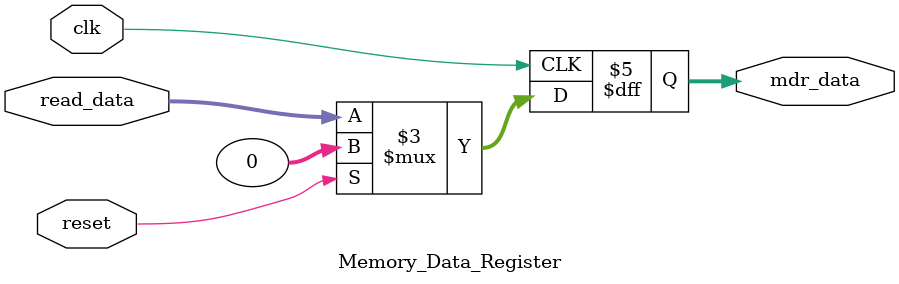
<source format=v>
`timescale 1ns/1ns
module Memory_Data_Register #(parameter data_width = 32)(
    input clk,reset,
    input [data_width - 1: 0] read_data,
    output reg [data_width - 1 : 0] mdr_data
);

always@(posedge clk) begin
    if(reset) 
        mdr_data <= 32'b0;
    else
        mdr_data <= read_data;    
end

endmodule
</source>
